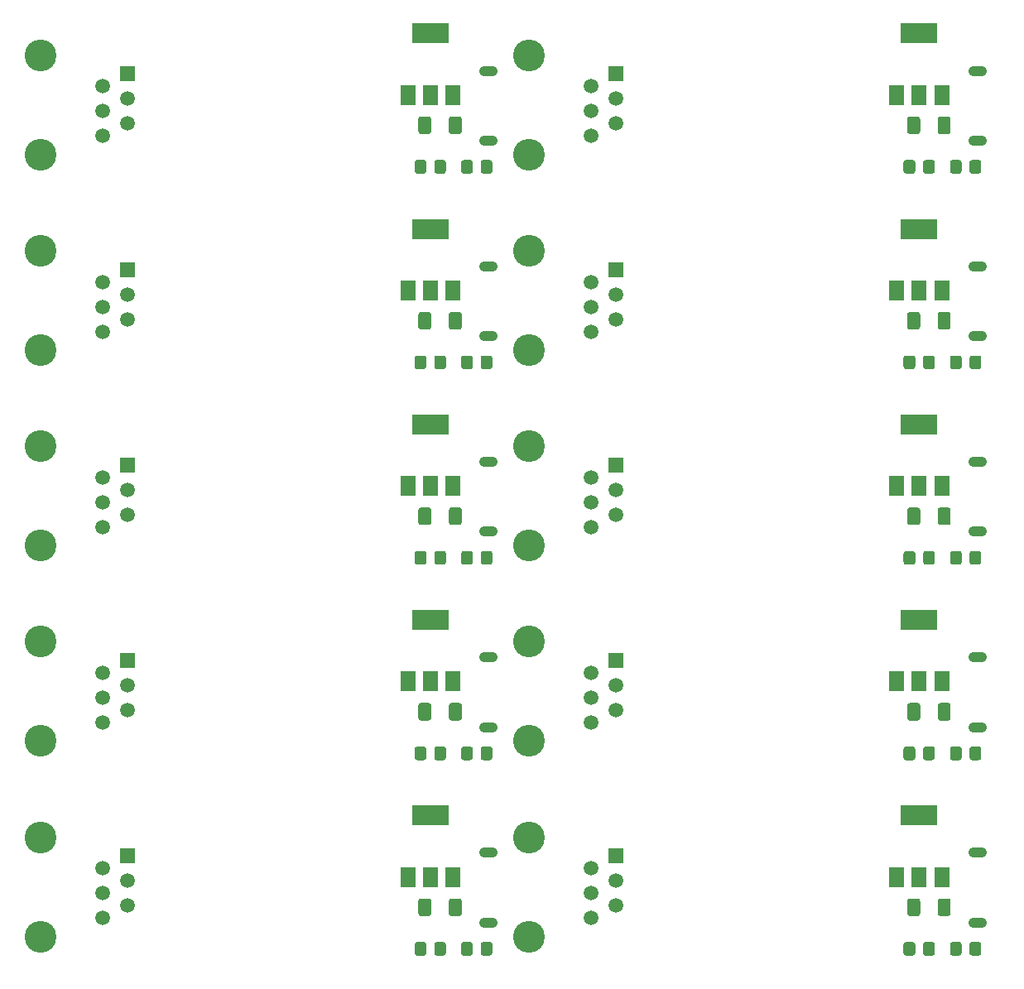
<source format=gbr>
%TF.GenerationSoftware,KiCad,Pcbnew,(5.1.9)-1*%
%TF.CreationDate,2021-09-18T19:38:26+02:00*%
%TF.ProjectId,IM350_AM550_5V_V4.0_multi,494d3335-305f-4414-9d35-35305f35565f,rev?*%
%TF.SameCoordinates,Original*%
%TF.FileFunction,Soldermask,Bot*%
%TF.FilePolarity,Negative*%
%FSLAX46Y46*%
G04 Gerber Fmt 4.6, Leading zero omitted, Abs format (unit mm)*
G04 Created by KiCad (PCBNEW (5.1.9)-1) date 2021-09-18 19:38:26*
%MOMM*%
%LPD*%
G01*
G04 APERTURE LIST*
%ADD10R,1.520000X1.520000*%
%ADD11C,3.250000*%
%ADD12C,1.520000*%
%ADD13R,3.800000X2.000000*%
%ADD14R,1.500000X2.000000*%
%ADD15O,1.900000X1.050000*%
G04 APERTURE END LIST*
%TO.C,R5*%
G36*
G01*
X165650000Y-136700001D02*
X165650000Y-135799999D01*
G75*
G02*
X165899999Y-135550000I249999J0D01*
G01*
X166600001Y-135550000D01*
G75*
G02*
X166850000Y-135799999I0J-249999D01*
G01*
X166850000Y-136700001D01*
G75*
G02*
X166600001Y-136950000I-249999J0D01*
G01*
X165899999Y-136950000D01*
G75*
G02*
X165650000Y-136700001I0J249999D01*
G01*
G37*
G36*
G01*
X167650000Y-136700001D02*
X167650000Y-135799999D01*
G75*
G02*
X167899999Y-135550000I249999J0D01*
G01*
X168600001Y-135550000D01*
G75*
G02*
X168850000Y-135799999I0J-249999D01*
G01*
X168850000Y-136700001D01*
G75*
G02*
X168600001Y-136950000I-249999J0D01*
G01*
X167899999Y-136950000D01*
G75*
G02*
X167650000Y-136700001I0J249999D01*
G01*
G37*
%TD*%
%TO.C,C1*%
G36*
G01*
X111275000Y-132650001D02*
X111275000Y-131349999D01*
G75*
G02*
X111524999Y-131100000I249999J0D01*
G01*
X112350001Y-131100000D01*
G75*
G02*
X112600000Y-131349999I0J-249999D01*
G01*
X112600000Y-132650001D01*
G75*
G02*
X112350001Y-132900000I-249999J0D01*
G01*
X111524999Y-132900000D01*
G75*
G02*
X111275000Y-132650001I0J249999D01*
G01*
G37*
G36*
G01*
X114400000Y-132650001D02*
X114400000Y-131349999D01*
G75*
G02*
X114649999Y-131100000I249999J0D01*
G01*
X115475001Y-131100000D01*
G75*
G02*
X115725000Y-131349999I0J-249999D01*
G01*
X115725000Y-132650001D01*
G75*
G02*
X115475001Y-132900000I-249999J0D01*
G01*
X114649999Y-132900000D01*
G75*
G02*
X114400000Y-132650001I0J249999D01*
G01*
G37*
%TD*%
D10*
%TO.C,J2*%
X81500000Y-126750000D03*
D11*
X72610000Y-124840000D03*
D12*
X78960000Y-128020000D03*
X81500000Y-129290000D03*
X78960000Y-130560000D03*
X81500000Y-131830000D03*
X78960000Y-133100000D03*
D11*
X72610000Y-135000000D03*
%TD*%
D13*
%TO.C,U1*%
X112500000Y-122600000D03*
D14*
X112500000Y-128900000D03*
X110200000Y-128900000D03*
X114800000Y-128900000D03*
%TD*%
D11*
%TO.C,J2*%
X122610000Y-135000000D03*
D12*
X128960000Y-133100000D03*
X131500000Y-131830000D03*
X128960000Y-130560000D03*
X131500000Y-129290000D03*
X128960000Y-128020000D03*
D11*
X122610000Y-124840000D03*
D10*
X131500000Y-126750000D03*
%TD*%
%TO.C,R3*%
G36*
G01*
X162900000Y-136700001D02*
X162900000Y-135799999D01*
G75*
G02*
X163149999Y-135550000I249999J0D01*
G01*
X163850001Y-135550000D01*
G75*
G02*
X164100000Y-135799999I0J-249999D01*
G01*
X164100000Y-136700001D01*
G75*
G02*
X163850001Y-136950000I-249999J0D01*
G01*
X163149999Y-136950000D01*
G75*
G02*
X162900000Y-136700001I0J249999D01*
G01*
G37*
G36*
G01*
X160900000Y-136700001D02*
X160900000Y-135799999D01*
G75*
G02*
X161149999Y-135550000I249999J0D01*
G01*
X161850001Y-135550000D01*
G75*
G02*
X162100000Y-135799999I0J-249999D01*
G01*
X162100000Y-136700001D01*
G75*
G02*
X161850001Y-136950000I-249999J0D01*
G01*
X161149999Y-136950000D01*
G75*
G02*
X160900000Y-136700001I0J249999D01*
G01*
G37*
%TD*%
D14*
%TO.C,U1*%
X164800000Y-128900000D03*
X160200000Y-128900000D03*
X162500000Y-128900000D03*
D13*
X162500000Y-122600000D03*
%TD*%
%TO.C,R3*%
G36*
G01*
X110900000Y-136700001D02*
X110900000Y-135799999D01*
G75*
G02*
X111149999Y-135550000I249999J0D01*
G01*
X111850001Y-135550000D01*
G75*
G02*
X112100000Y-135799999I0J-249999D01*
G01*
X112100000Y-136700001D01*
G75*
G02*
X111850001Y-136950000I-249999J0D01*
G01*
X111149999Y-136950000D01*
G75*
G02*
X110900000Y-136700001I0J249999D01*
G01*
G37*
G36*
G01*
X112900000Y-136700001D02*
X112900000Y-135799999D01*
G75*
G02*
X113149999Y-135550000I249999J0D01*
G01*
X113850001Y-135550000D01*
G75*
G02*
X114100000Y-135799999I0J-249999D01*
G01*
X114100000Y-136700001D01*
G75*
G02*
X113850001Y-136950000I-249999J0D01*
G01*
X113149999Y-136950000D01*
G75*
G02*
X112900000Y-136700001I0J249999D01*
G01*
G37*
%TD*%
D15*
%TO.C,J1*%
X118450000Y-126425000D03*
X118450000Y-133575000D03*
%TD*%
%TO.C,C1*%
G36*
G01*
X164400000Y-132650001D02*
X164400000Y-131349999D01*
G75*
G02*
X164649999Y-131100000I249999J0D01*
G01*
X165475001Y-131100000D01*
G75*
G02*
X165725000Y-131349999I0J-249999D01*
G01*
X165725000Y-132650001D01*
G75*
G02*
X165475001Y-132900000I-249999J0D01*
G01*
X164649999Y-132900000D01*
G75*
G02*
X164400000Y-132650001I0J249999D01*
G01*
G37*
G36*
G01*
X161275000Y-132650001D02*
X161275000Y-131349999D01*
G75*
G02*
X161524999Y-131100000I249999J0D01*
G01*
X162350001Y-131100000D01*
G75*
G02*
X162600000Y-131349999I0J-249999D01*
G01*
X162600000Y-132650001D01*
G75*
G02*
X162350001Y-132900000I-249999J0D01*
G01*
X161524999Y-132900000D01*
G75*
G02*
X161275000Y-132650001I0J249999D01*
G01*
G37*
%TD*%
%TO.C,R5*%
G36*
G01*
X117650000Y-136700001D02*
X117650000Y-135799999D01*
G75*
G02*
X117899999Y-135550000I249999J0D01*
G01*
X118600001Y-135550000D01*
G75*
G02*
X118850000Y-135799999I0J-249999D01*
G01*
X118850000Y-136700001D01*
G75*
G02*
X118600001Y-136950000I-249999J0D01*
G01*
X117899999Y-136950000D01*
G75*
G02*
X117650000Y-136700001I0J249999D01*
G01*
G37*
G36*
G01*
X115650000Y-136700001D02*
X115650000Y-135799999D01*
G75*
G02*
X115899999Y-135550000I249999J0D01*
G01*
X116600001Y-135550000D01*
G75*
G02*
X116850000Y-135799999I0J-249999D01*
G01*
X116850000Y-136700001D01*
G75*
G02*
X116600001Y-136950000I-249999J0D01*
G01*
X115899999Y-136950000D01*
G75*
G02*
X115650000Y-136700001I0J249999D01*
G01*
G37*
%TD*%
%TO.C,J1*%
X168450000Y-133575000D03*
X168450000Y-126425000D03*
%TD*%
D10*
%TO.C,J2*%
X131500000Y-106750000D03*
D11*
X122610000Y-104840000D03*
D12*
X128960000Y-108020000D03*
X131500000Y-109290000D03*
X128960000Y-110560000D03*
X131500000Y-111830000D03*
X128960000Y-113100000D03*
D11*
X122610000Y-115000000D03*
%TD*%
%TO.C,R5*%
G36*
G01*
X115650000Y-116700001D02*
X115650000Y-115799999D01*
G75*
G02*
X115899999Y-115550000I249999J0D01*
G01*
X116600001Y-115550000D01*
G75*
G02*
X116850000Y-115799999I0J-249999D01*
G01*
X116850000Y-116700001D01*
G75*
G02*
X116600001Y-116950000I-249999J0D01*
G01*
X115899999Y-116950000D01*
G75*
G02*
X115650000Y-116700001I0J249999D01*
G01*
G37*
G36*
G01*
X117650000Y-116700001D02*
X117650000Y-115799999D01*
G75*
G02*
X117899999Y-115550000I249999J0D01*
G01*
X118600001Y-115550000D01*
G75*
G02*
X118850000Y-115799999I0J-249999D01*
G01*
X118850000Y-116700001D01*
G75*
G02*
X118600001Y-116950000I-249999J0D01*
G01*
X117899999Y-116950000D01*
G75*
G02*
X117650000Y-116700001I0J249999D01*
G01*
G37*
%TD*%
%TO.C,C1*%
G36*
G01*
X161275000Y-112650001D02*
X161275000Y-111349999D01*
G75*
G02*
X161524999Y-111100000I249999J0D01*
G01*
X162350001Y-111100000D01*
G75*
G02*
X162600000Y-111349999I0J-249999D01*
G01*
X162600000Y-112650001D01*
G75*
G02*
X162350001Y-112900000I-249999J0D01*
G01*
X161524999Y-112900000D01*
G75*
G02*
X161275000Y-112650001I0J249999D01*
G01*
G37*
G36*
G01*
X164400000Y-112650001D02*
X164400000Y-111349999D01*
G75*
G02*
X164649999Y-111100000I249999J0D01*
G01*
X165475001Y-111100000D01*
G75*
G02*
X165725000Y-111349999I0J-249999D01*
G01*
X165725000Y-112650001D01*
G75*
G02*
X165475001Y-112900000I-249999J0D01*
G01*
X164649999Y-112900000D01*
G75*
G02*
X164400000Y-112650001I0J249999D01*
G01*
G37*
%TD*%
D13*
%TO.C,U1*%
X162500000Y-102600000D03*
D14*
X162500000Y-108900000D03*
X160200000Y-108900000D03*
X164800000Y-108900000D03*
%TD*%
%TO.C,R3*%
G36*
G01*
X112900000Y-116700001D02*
X112900000Y-115799999D01*
G75*
G02*
X113149999Y-115550000I249999J0D01*
G01*
X113850001Y-115550000D01*
G75*
G02*
X114100000Y-115799999I0J-249999D01*
G01*
X114100000Y-116700001D01*
G75*
G02*
X113850001Y-116950000I-249999J0D01*
G01*
X113149999Y-116950000D01*
G75*
G02*
X112900000Y-116700001I0J249999D01*
G01*
G37*
G36*
G01*
X110900000Y-116700001D02*
X110900000Y-115799999D01*
G75*
G02*
X111149999Y-115550000I249999J0D01*
G01*
X111850001Y-115550000D01*
G75*
G02*
X112100000Y-115799999I0J-249999D01*
G01*
X112100000Y-116700001D01*
G75*
G02*
X111850001Y-116950000I-249999J0D01*
G01*
X111149999Y-116950000D01*
G75*
G02*
X110900000Y-116700001I0J249999D01*
G01*
G37*
%TD*%
D15*
%TO.C,J1*%
X168450000Y-106425000D03*
X168450000Y-113575000D03*
%TD*%
D14*
%TO.C,U1*%
X114800000Y-108900000D03*
X110200000Y-108900000D03*
X112500000Y-108900000D03*
D13*
X112500000Y-102600000D03*
%TD*%
%TO.C,R3*%
G36*
G01*
X160900000Y-116700001D02*
X160900000Y-115799999D01*
G75*
G02*
X161149999Y-115550000I249999J0D01*
G01*
X161850001Y-115550000D01*
G75*
G02*
X162100000Y-115799999I0J-249999D01*
G01*
X162100000Y-116700001D01*
G75*
G02*
X161850001Y-116950000I-249999J0D01*
G01*
X161149999Y-116950000D01*
G75*
G02*
X160900000Y-116700001I0J249999D01*
G01*
G37*
G36*
G01*
X162900000Y-116700001D02*
X162900000Y-115799999D01*
G75*
G02*
X163149999Y-115550000I249999J0D01*
G01*
X163850001Y-115550000D01*
G75*
G02*
X164100000Y-115799999I0J-249999D01*
G01*
X164100000Y-116700001D01*
G75*
G02*
X163850001Y-116950000I-249999J0D01*
G01*
X163149999Y-116950000D01*
G75*
G02*
X162900000Y-116700001I0J249999D01*
G01*
G37*
%TD*%
D15*
%TO.C,J1*%
X118450000Y-113575000D03*
X118450000Y-106425000D03*
%TD*%
D11*
%TO.C,J2*%
X72610000Y-115000000D03*
D12*
X78960000Y-113100000D03*
X81500000Y-111830000D03*
X78960000Y-110560000D03*
X81500000Y-109290000D03*
X78960000Y-108020000D03*
D11*
X72610000Y-104840000D03*
D10*
X81500000Y-106750000D03*
%TD*%
%TO.C,C1*%
G36*
G01*
X114400000Y-112650001D02*
X114400000Y-111349999D01*
G75*
G02*
X114649999Y-111100000I249999J0D01*
G01*
X115475001Y-111100000D01*
G75*
G02*
X115725000Y-111349999I0J-249999D01*
G01*
X115725000Y-112650001D01*
G75*
G02*
X115475001Y-112900000I-249999J0D01*
G01*
X114649999Y-112900000D01*
G75*
G02*
X114400000Y-112650001I0J249999D01*
G01*
G37*
G36*
G01*
X111275000Y-112650001D02*
X111275000Y-111349999D01*
G75*
G02*
X111524999Y-111100000I249999J0D01*
G01*
X112350001Y-111100000D01*
G75*
G02*
X112600000Y-111349999I0J-249999D01*
G01*
X112600000Y-112650001D01*
G75*
G02*
X112350001Y-112900000I-249999J0D01*
G01*
X111524999Y-112900000D01*
G75*
G02*
X111275000Y-112650001I0J249999D01*
G01*
G37*
%TD*%
%TO.C,R5*%
G36*
G01*
X167650000Y-116700001D02*
X167650000Y-115799999D01*
G75*
G02*
X167899999Y-115550000I249999J0D01*
G01*
X168600001Y-115550000D01*
G75*
G02*
X168850000Y-115799999I0J-249999D01*
G01*
X168850000Y-116700001D01*
G75*
G02*
X168600001Y-116950000I-249999J0D01*
G01*
X167899999Y-116950000D01*
G75*
G02*
X167650000Y-116700001I0J249999D01*
G01*
G37*
G36*
G01*
X165650000Y-116700001D02*
X165650000Y-115799999D01*
G75*
G02*
X165899999Y-115550000I249999J0D01*
G01*
X166600001Y-115550000D01*
G75*
G02*
X166850000Y-115799999I0J-249999D01*
G01*
X166850000Y-116700001D01*
G75*
G02*
X166600001Y-116950000I-249999J0D01*
G01*
X165899999Y-116950000D01*
G75*
G02*
X165650000Y-116700001I0J249999D01*
G01*
G37*
%TD*%
%TO.C,R3*%
G36*
G01*
X162900000Y-96700001D02*
X162900000Y-95799999D01*
G75*
G02*
X163149999Y-95550000I249999J0D01*
G01*
X163850001Y-95550000D01*
G75*
G02*
X164100000Y-95799999I0J-249999D01*
G01*
X164100000Y-96700001D01*
G75*
G02*
X163850001Y-96950000I-249999J0D01*
G01*
X163149999Y-96950000D01*
G75*
G02*
X162900000Y-96700001I0J249999D01*
G01*
G37*
G36*
G01*
X160900000Y-96700001D02*
X160900000Y-95799999D01*
G75*
G02*
X161149999Y-95550000I249999J0D01*
G01*
X161850001Y-95550000D01*
G75*
G02*
X162100000Y-95799999I0J-249999D01*
G01*
X162100000Y-96700001D01*
G75*
G02*
X161850001Y-96950000I-249999J0D01*
G01*
X161149999Y-96950000D01*
G75*
G02*
X160900000Y-96700001I0J249999D01*
G01*
G37*
%TD*%
%TO.C,C1*%
G36*
G01*
X111275000Y-92650001D02*
X111275000Y-91349999D01*
G75*
G02*
X111524999Y-91100000I249999J0D01*
G01*
X112350001Y-91100000D01*
G75*
G02*
X112600000Y-91349999I0J-249999D01*
G01*
X112600000Y-92650001D01*
G75*
G02*
X112350001Y-92900000I-249999J0D01*
G01*
X111524999Y-92900000D01*
G75*
G02*
X111275000Y-92650001I0J249999D01*
G01*
G37*
G36*
G01*
X114400000Y-92650001D02*
X114400000Y-91349999D01*
G75*
G02*
X114649999Y-91100000I249999J0D01*
G01*
X115475001Y-91100000D01*
G75*
G02*
X115725000Y-91349999I0J-249999D01*
G01*
X115725000Y-92650001D01*
G75*
G02*
X115475001Y-92900000I-249999J0D01*
G01*
X114649999Y-92900000D01*
G75*
G02*
X114400000Y-92650001I0J249999D01*
G01*
G37*
%TD*%
D11*
%TO.C,J2*%
X122610000Y-95000000D03*
D12*
X128960000Y-93100000D03*
X131500000Y-91830000D03*
X128960000Y-90560000D03*
X131500000Y-89290000D03*
X128960000Y-88020000D03*
D11*
X122610000Y-84840000D03*
D10*
X131500000Y-86750000D03*
%TD*%
D15*
%TO.C,J1*%
X168450000Y-93575000D03*
X168450000Y-86425000D03*
%TD*%
%TO.C,J1*%
X118450000Y-86425000D03*
X118450000Y-93575000D03*
%TD*%
%TO.C,R3*%
G36*
G01*
X110900000Y-96700001D02*
X110900000Y-95799999D01*
G75*
G02*
X111149999Y-95550000I249999J0D01*
G01*
X111850001Y-95550000D01*
G75*
G02*
X112100000Y-95799999I0J-249999D01*
G01*
X112100000Y-96700001D01*
G75*
G02*
X111850001Y-96950000I-249999J0D01*
G01*
X111149999Y-96950000D01*
G75*
G02*
X110900000Y-96700001I0J249999D01*
G01*
G37*
G36*
G01*
X112900000Y-96700001D02*
X112900000Y-95799999D01*
G75*
G02*
X113149999Y-95550000I249999J0D01*
G01*
X113850001Y-95550000D01*
G75*
G02*
X114100000Y-95799999I0J-249999D01*
G01*
X114100000Y-96700001D01*
G75*
G02*
X113850001Y-96950000I-249999J0D01*
G01*
X113149999Y-96950000D01*
G75*
G02*
X112900000Y-96700001I0J249999D01*
G01*
G37*
%TD*%
D10*
%TO.C,J2*%
X81500000Y-86750000D03*
D11*
X72610000Y-84840000D03*
D12*
X78960000Y-88020000D03*
X81500000Y-89290000D03*
X78960000Y-90560000D03*
X81500000Y-91830000D03*
X78960000Y-93100000D03*
D11*
X72610000Y-95000000D03*
%TD*%
D13*
%TO.C,U1*%
X112500000Y-82600000D03*
D14*
X112500000Y-88900000D03*
X110200000Y-88900000D03*
X114800000Y-88900000D03*
%TD*%
%TO.C,R5*%
G36*
G01*
X117650000Y-96700001D02*
X117650000Y-95799999D01*
G75*
G02*
X117899999Y-95550000I249999J0D01*
G01*
X118600001Y-95550000D01*
G75*
G02*
X118850000Y-95799999I0J-249999D01*
G01*
X118850000Y-96700001D01*
G75*
G02*
X118600001Y-96950000I-249999J0D01*
G01*
X117899999Y-96950000D01*
G75*
G02*
X117650000Y-96700001I0J249999D01*
G01*
G37*
G36*
G01*
X115650000Y-96700001D02*
X115650000Y-95799999D01*
G75*
G02*
X115899999Y-95550000I249999J0D01*
G01*
X116600001Y-95550000D01*
G75*
G02*
X116850000Y-95799999I0J-249999D01*
G01*
X116850000Y-96700001D01*
G75*
G02*
X116600001Y-96950000I-249999J0D01*
G01*
X115899999Y-96950000D01*
G75*
G02*
X115650000Y-96700001I0J249999D01*
G01*
G37*
%TD*%
%TO.C,C1*%
G36*
G01*
X164400000Y-92650001D02*
X164400000Y-91349999D01*
G75*
G02*
X164649999Y-91100000I249999J0D01*
G01*
X165475001Y-91100000D01*
G75*
G02*
X165725000Y-91349999I0J-249999D01*
G01*
X165725000Y-92650001D01*
G75*
G02*
X165475001Y-92900000I-249999J0D01*
G01*
X164649999Y-92900000D01*
G75*
G02*
X164400000Y-92650001I0J249999D01*
G01*
G37*
G36*
G01*
X161275000Y-92650001D02*
X161275000Y-91349999D01*
G75*
G02*
X161524999Y-91100000I249999J0D01*
G01*
X162350001Y-91100000D01*
G75*
G02*
X162600000Y-91349999I0J-249999D01*
G01*
X162600000Y-92650001D01*
G75*
G02*
X162350001Y-92900000I-249999J0D01*
G01*
X161524999Y-92900000D01*
G75*
G02*
X161275000Y-92650001I0J249999D01*
G01*
G37*
%TD*%
%TO.C,U1*%
X164800000Y-88900000D03*
X160200000Y-88900000D03*
X162500000Y-88900000D03*
D13*
X162500000Y-82600000D03*
%TD*%
%TO.C,R5*%
G36*
G01*
X165650000Y-96700001D02*
X165650000Y-95799999D01*
G75*
G02*
X165899999Y-95550000I249999J0D01*
G01*
X166600001Y-95550000D01*
G75*
G02*
X166850000Y-95799999I0J-249999D01*
G01*
X166850000Y-96700001D01*
G75*
G02*
X166600001Y-96950000I-249999J0D01*
G01*
X165899999Y-96950000D01*
G75*
G02*
X165650000Y-96700001I0J249999D01*
G01*
G37*
G36*
G01*
X167650000Y-96700001D02*
X167650000Y-95799999D01*
G75*
G02*
X167899999Y-95550000I249999J0D01*
G01*
X168600001Y-95550000D01*
G75*
G02*
X168850000Y-95799999I0J-249999D01*
G01*
X168850000Y-96700001D01*
G75*
G02*
X168600001Y-96950000I-249999J0D01*
G01*
X167899999Y-96950000D01*
G75*
G02*
X167650000Y-96700001I0J249999D01*
G01*
G37*
%TD*%
D14*
%TO.C,U1*%
X114800000Y-68900000D03*
X110200000Y-68900000D03*
X112500000Y-68900000D03*
D13*
X112500000Y-62600000D03*
%TD*%
%TO.C,R5*%
G36*
G01*
X115650000Y-76700001D02*
X115650000Y-75799999D01*
G75*
G02*
X115899999Y-75550000I249999J0D01*
G01*
X116600001Y-75550000D01*
G75*
G02*
X116850000Y-75799999I0J-249999D01*
G01*
X116850000Y-76700001D01*
G75*
G02*
X116600001Y-76950000I-249999J0D01*
G01*
X115899999Y-76950000D01*
G75*
G02*
X115650000Y-76700001I0J249999D01*
G01*
G37*
G36*
G01*
X117650000Y-76700001D02*
X117650000Y-75799999D01*
G75*
G02*
X117899999Y-75550000I249999J0D01*
G01*
X118600001Y-75550000D01*
G75*
G02*
X118850000Y-75799999I0J-249999D01*
G01*
X118850000Y-76700001D01*
G75*
G02*
X118600001Y-76950000I-249999J0D01*
G01*
X117899999Y-76950000D01*
G75*
G02*
X117650000Y-76700001I0J249999D01*
G01*
G37*
%TD*%
D15*
%TO.C,J1*%
X118450000Y-73575000D03*
X118450000Y-66425000D03*
%TD*%
%TO.C,C1*%
G36*
G01*
X114400000Y-72650001D02*
X114400000Y-71349999D01*
G75*
G02*
X114649999Y-71100000I249999J0D01*
G01*
X115475001Y-71100000D01*
G75*
G02*
X115725000Y-71349999I0J-249999D01*
G01*
X115725000Y-72650001D01*
G75*
G02*
X115475001Y-72900000I-249999J0D01*
G01*
X114649999Y-72900000D01*
G75*
G02*
X114400000Y-72650001I0J249999D01*
G01*
G37*
G36*
G01*
X111275000Y-72650001D02*
X111275000Y-71349999D01*
G75*
G02*
X111524999Y-71100000I249999J0D01*
G01*
X112350001Y-71100000D01*
G75*
G02*
X112600000Y-71349999I0J-249999D01*
G01*
X112600000Y-72650001D01*
G75*
G02*
X112350001Y-72900000I-249999J0D01*
G01*
X111524999Y-72900000D01*
G75*
G02*
X111275000Y-72650001I0J249999D01*
G01*
G37*
%TD*%
%TO.C,R3*%
G36*
G01*
X112900000Y-76700001D02*
X112900000Y-75799999D01*
G75*
G02*
X113149999Y-75550000I249999J0D01*
G01*
X113850001Y-75550000D01*
G75*
G02*
X114100000Y-75799999I0J-249999D01*
G01*
X114100000Y-76700001D01*
G75*
G02*
X113850001Y-76950000I-249999J0D01*
G01*
X113149999Y-76950000D01*
G75*
G02*
X112900000Y-76700001I0J249999D01*
G01*
G37*
G36*
G01*
X110900000Y-76700001D02*
X110900000Y-75799999D01*
G75*
G02*
X111149999Y-75550000I249999J0D01*
G01*
X111850001Y-75550000D01*
G75*
G02*
X112100000Y-75799999I0J-249999D01*
G01*
X112100000Y-76700001D01*
G75*
G02*
X111850001Y-76950000I-249999J0D01*
G01*
X111149999Y-76950000D01*
G75*
G02*
X110900000Y-76700001I0J249999D01*
G01*
G37*
%TD*%
D11*
%TO.C,J2*%
X72610000Y-75000000D03*
D12*
X78960000Y-73100000D03*
X81500000Y-71830000D03*
X78960000Y-70560000D03*
X81500000Y-69290000D03*
X78960000Y-68020000D03*
D11*
X72610000Y-64840000D03*
D10*
X81500000Y-66750000D03*
%TD*%
%TO.C,J2*%
X131500000Y-66750000D03*
D11*
X122610000Y-64840000D03*
D12*
X128960000Y-68020000D03*
X131500000Y-69290000D03*
X128960000Y-70560000D03*
X131500000Y-71830000D03*
X128960000Y-73100000D03*
D11*
X122610000Y-75000000D03*
%TD*%
%TO.C,R3*%
G36*
G01*
X160900000Y-76700001D02*
X160900000Y-75799999D01*
G75*
G02*
X161149999Y-75550000I249999J0D01*
G01*
X161850001Y-75550000D01*
G75*
G02*
X162100000Y-75799999I0J-249999D01*
G01*
X162100000Y-76700001D01*
G75*
G02*
X161850001Y-76950000I-249999J0D01*
G01*
X161149999Y-76950000D01*
G75*
G02*
X160900000Y-76700001I0J249999D01*
G01*
G37*
G36*
G01*
X162900000Y-76700001D02*
X162900000Y-75799999D01*
G75*
G02*
X163149999Y-75550000I249999J0D01*
G01*
X163850001Y-75550000D01*
G75*
G02*
X164100000Y-75799999I0J-249999D01*
G01*
X164100000Y-76700001D01*
G75*
G02*
X163850001Y-76950000I-249999J0D01*
G01*
X163149999Y-76950000D01*
G75*
G02*
X162900000Y-76700001I0J249999D01*
G01*
G37*
%TD*%
D15*
%TO.C,J1*%
X168450000Y-66425000D03*
X168450000Y-73575000D03*
%TD*%
%TO.C,C1*%
G36*
G01*
X161275000Y-72650001D02*
X161275000Y-71349999D01*
G75*
G02*
X161524999Y-71100000I249999J0D01*
G01*
X162350001Y-71100000D01*
G75*
G02*
X162600000Y-71349999I0J-249999D01*
G01*
X162600000Y-72650001D01*
G75*
G02*
X162350001Y-72900000I-249999J0D01*
G01*
X161524999Y-72900000D01*
G75*
G02*
X161275000Y-72650001I0J249999D01*
G01*
G37*
G36*
G01*
X164400000Y-72650001D02*
X164400000Y-71349999D01*
G75*
G02*
X164649999Y-71100000I249999J0D01*
G01*
X165475001Y-71100000D01*
G75*
G02*
X165725000Y-71349999I0J-249999D01*
G01*
X165725000Y-72650001D01*
G75*
G02*
X165475001Y-72900000I-249999J0D01*
G01*
X164649999Y-72900000D01*
G75*
G02*
X164400000Y-72650001I0J249999D01*
G01*
G37*
%TD*%
D13*
%TO.C,U1*%
X162500000Y-62600000D03*
D14*
X162500000Y-68900000D03*
X160200000Y-68900000D03*
X164800000Y-68900000D03*
%TD*%
%TO.C,R5*%
G36*
G01*
X167650000Y-76700001D02*
X167650000Y-75799999D01*
G75*
G02*
X167899999Y-75550000I249999J0D01*
G01*
X168600001Y-75550000D01*
G75*
G02*
X168850000Y-75799999I0J-249999D01*
G01*
X168850000Y-76700001D01*
G75*
G02*
X168600001Y-76950000I-249999J0D01*
G01*
X167899999Y-76950000D01*
G75*
G02*
X167650000Y-76700001I0J249999D01*
G01*
G37*
G36*
G01*
X165650000Y-76700001D02*
X165650000Y-75799999D01*
G75*
G02*
X165899999Y-75550000I249999J0D01*
G01*
X166600001Y-75550000D01*
G75*
G02*
X166850000Y-75799999I0J-249999D01*
G01*
X166850000Y-76700001D01*
G75*
G02*
X166600001Y-76950000I-249999J0D01*
G01*
X165899999Y-76950000D01*
G75*
G02*
X165650000Y-76700001I0J249999D01*
G01*
G37*
%TD*%
%TO.C,U1*%
X164800000Y-48900000D03*
X160200000Y-48900000D03*
X162500000Y-48900000D03*
D13*
X162500000Y-42600000D03*
%TD*%
%TO.C,R5*%
G36*
G01*
X165650000Y-56700001D02*
X165650000Y-55799999D01*
G75*
G02*
X165899999Y-55550000I249999J0D01*
G01*
X166600001Y-55550000D01*
G75*
G02*
X166850000Y-55799999I0J-249999D01*
G01*
X166850000Y-56700001D01*
G75*
G02*
X166600001Y-56950000I-249999J0D01*
G01*
X165899999Y-56950000D01*
G75*
G02*
X165650000Y-56700001I0J249999D01*
G01*
G37*
G36*
G01*
X167650000Y-56700001D02*
X167650000Y-55799999D01*
G75*
G02*
X167899999Y-55550000I249999J0D01*
G01*
X168600001Y-55550000D01*
G75*
G02*
X168850000Y-55799999I0J-249999D01*
G01*
X168850000Y-56700001D01*
G75*
G02*
X168600001Y-56950000I-249999J0D01*
G01*
X167899999Y-56950000D01*
G75*
G02*
X167650000Y-56700001I0J249999D01*
G01*
G37*
%TD*%
D15*
%TO.C,J1*%
X168450000Y-53575000D03*
X168450000Y-46425000D03*
%TD*%
%TO.C,C1*%
G36*
G01*
X164400000Y-52650001D02*
X164400000Y-51349999D01*
G75*
G02*
X164649999Y-51100000I249999J0D01*
G01*
X165475001Y-51100000D01*
G75*
G02*
X165725000Y-51349999I0J-249999D01*
G01*
X165725000Y-52650001D01*
G75*
G02*
X165475001Y-52900000I-249999J0D01*
G01*
X164649999Y-52900000D01*
G75*
G02*
X164400000Y-52650001I0J249999D01*
G01*
G37*
G36*
G01*
X161275000Y-52650001D02*
X161275000Y-51349999D01*
G75*
G02*
X161524999Y-51100000I249999J0D01*
G01*
X162350001Y-51100000D01*
G75*
G02*
X162600000Y-51349999I0J-249999D01*
G01*
X162600000Y-52650001D01*
G75*
G02*
X162350001Y-52900000I-249999J0D01*
G01*
X161524999Y-52900000D01*
G75*
G02*
X161275000Y-52650001I0J249999D01*
G01*
G37*
%TD*%
%TO.C,R3*%
G36*
G01*
X162900000Y-56700001D02*
X162900000Y-55799999D01*
G75*
G02*
X163149999Y-55550000I249999J0D01*
G01*
X163850001Y-55550000D01*
G75*
G02*
X164100000Y-55799999I0J-249999D01*
G01*
X164100000Y-56700001D01*
G75*
G02*
X163850001Y-56950000I-249999J0D01*
G01*
X163149999Y-56950000D01*
G75*
G02*
X162900000Y-56700001I0J249999D01*
G01*
G37*
G36*
G01*
X160900000Y-56700001D02*
X160900000Y-55799999D01*
G75*
G02*
X161149999Y-55550000I249999J0D01*
G01*
X161850001Y-55550000D01*
G75*
G02*
X162100000Y-55799999I0J-249999D01*
G01*
X162100000Y-56700001D01*
G75*
G02*
X161850001Y-56950000I-249999J0D01*
G01*
X161149999Y-56950000D01*
G75*
G02*
X160900000Y-56700001I0J249999D01*
G01*
G37*
%TD*%
D11*
%TO.C,J2*%
X122610000Y-55000000D03*
D12*
X128960000Y-53100000D03*
X131500000Y-51830000D03*
X128960000Y-50560000D03*
X131500000Y-49290000D03*
X128960000Y-48020000D03*
D11*
X122610000Y-44840000D03*
D10*
X131500000Y-46750000D03*
%TD*%
%TO.C,J2*%
X81500000Y-46750000D03*
D11*
X72610000Y-44840000D03*
D12*
X78960000Y-48020000D03*
X81500000Y-49290000D03*
X78960000Y-50560000D03*
X81500000Y-51830000D03*
X78960000Y-53100000D03*
D11*
X72610000Y-55000000D03*
%TD*%
%TO.C,C1*%
G36*
G01*
X111275000Y-52650001D02*
X111275000Y-51349999D01*
G75*
G02*
X111524999Y-51100000I249999J0D01*
G01*
X112350001Y-51100000D01*
G75*
G02*
X112600000Y-51349999I0J-249999D01*
G01*
X112600000Y-52650001D01*
G75*
G02*
X112350001Y-52900000I-249999J0D01*
G01*
X111524999Y-52900000D01*
G75*
G02*
X111275000Y-52650001I0J249999D01*
G01*
G37*
G36*
G01*
X114400000Y-52650001D02*
X114400000Y-51349999D01*
G75*
G02*
X114649999Y-51100000I249999J0D01*
G01*
X115475001Y-51100000D01*
G75*
G02*
X115725000Y-51349999I0J-249999D01*
G01*
X115725000Y-52650001D01*
G75*
G02*
X115475001Y-52900000I-249999J0D01*
G01*
X114649999Y-52900000D01*
G75*
G02*
X114400000Y-52650001I0J249999D01*
G01*
G37*
%TD*%
D15*
%TO.C,J1*%
X118450000Y-46425000D03*
X118450000Y-53575000D03*
%TD*%
%TO.C,R3*%
G36*
G01*
X110900000Y-56700001D02*
X110900000Y-55799999D01*
G75*
G02*
X111149999Y-55550000I249999J0D01*
G01*
X111850001Y-55550000D01*
G75*
G02*
X112100000Y-55799999I0J-249999D01*
G01*
X112100000Y-56700001D01*
G75*
G02*
X111850001Y-56950000I-249999J0D01*
G01*
X111149999Y-56950000D01*
G75*
G02*
X110900000Y-56700001I0J249999D01*
G01*
G37*
G36*
G01*
X112900000Y-56700001D02*
X112900000Y-55799999D01*
G75*
G02*
X113149999Y-55550000I249999J0D01*
G01*
X113850001Y-55550000D01*
G75*
G02*
X114100000Y-55799999I0J-249999D01*
G01*
X114100000Y-56700001D01*
G75*
G02*
X113850001Y-56950000I-249999J0D01*
G01*
X113149999Y-56950000D01*
G75*
G02*
X112900000Y-56700001I0J249999D01*
G01*
G37*
%TD*%
%TO.C,R5*%
G36*
G01*
X117650000Y-56700001D02*
X117650000Y-55799999D01*
G75*
G02*
X117899999Y-55550000I249999J0D01*
G01*
X118600001Y-55550000D01*
G75*
G02*
X118850000Y-55799999I0J-249999D01*
G01*
X118850000Y-56700001D01*
G75*
G02*
X118600001Y-56950000I-249999J0D01*
G01*
X117899999Y-56950000D01*
G75*
G02*
X117650000Y-56700001I0J249999D01*
G01*
G37*
G36*
G01*
X115650000Y-56700001D02*
X115650000Y-55799999D01*
G75*
G02*
X115899999Y-55550000I249999J0D01*
G01*
X116600001Y-55550000D01*
G75*
G02*
X116850000Y-55799999I0J-249999D01*
G01*
X116850000Y-56700001D01*
G75*
G02*
X116600001Y-56950000I-249999J0D01*
G01*
X115899999Y-56950000D01*
G75*
G02*
X115650000Y-56700001I0J249999D01*
G01*
G37*
%TD*%
D13*
%TO.C,U1*%
X112500000Y-42600000D03*
D14*
X112500000Y-48900000D03*
X110200000Y-48900000D03*
X114800000Y-48900000D03*
%TD*%
M02*

</source>
